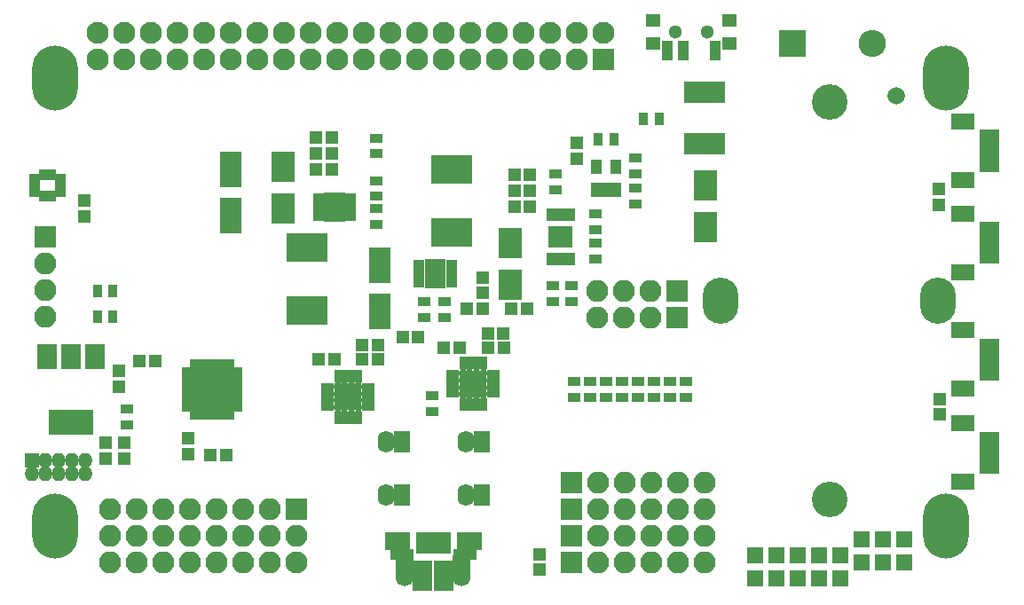
<source format=gbr>
G04 #@! TF.GenerationSoftware,KiCad,Pcbnew,(5.0.0)*
G04 #@! TF.CreationDate,2020-03-16T18:36:37-04:00*
G04 #@! TF.ProjectId,Temple_RPi_HAT,54656D706C655F5250695F4841542E6B,rev?*
G04 #@! TF.SameCoordinates,Original*
G04 #@! TF.FileFunction,Soldermask,Top*
G04 #@! TF.FilePolarity,Negative*
%FSLAX46Y46*%
G04 Gerber Fmt 4.6, Leading zero omitted, Abs format (unit mm)*
G04 Created by KiCad (PCBNEW (5.0.0)) date 03/16/20 18:36:37*
%MOMM*%
%LPD*%
G01*
G04 APERTURE LIST*
%ADD10O,2.100000X2.100000*%
%ADD11R,2.100000X2.100000*%
%ADD12C,2.100000*%
%ADD13R,0.750000X1.225000*%
%ADD14C,0.750000*%
%ADD15R,1.225000X0.750000*%
%ADD16R,2.500000X2.500000*%
%ADD17C,1.000000*%
%ADD18R,1.600000X2.100000*%
%ADD19O,1.600000X2.100000*%
%ADD20R,1.600000X1.600000*%
%ADD21R,0.650000X1.075000*%
%ADD22R,1.075000X0.650000*%
%ADD23O,4.400000X6.200000*%
%ADD24R,0.705000X1.290000*%
%ADD25R,1.340000X1.240000*%
%ADD26R,3.900000X2.000000*%
%ADD27R,3.900000X2.750000*%
%ADD28R,2.600000X2.600000*%
%ADD29O,2.600000X2.600000*%
%ADD30R,1.050000X0.700000*%
%ADD31R,1.175000X1.640000*%
%ADD32R,2.200000X2.900000*%
%ADD33C,1.300000*%
%ADD34R,1.100000X1.900000*%
%ADD35R,1.400000X1.200000*%
%ADD36R,1.050000X1.460000*%
%ADD37R,4.200000X2.400000*%
%ADD38R,1.900000X2.400000*%
%ADD39C,3.400000*%
%ADD40C,1.670000*%
%ADD41O,3.400000X4.400000*%
%ADD42R,2.200000X1.600000*%
%ADD43R,1.950000X1.000000*%
%ADD44R,1.825000X2.900000*%
%ADD45R,2.225000X1.100000*%
%ADD46O,1.700000X3.550000*%
%ADD47R,0.800000X2.150000*%
%ADD48R,2.400000X1.800000*%
%ADD49R,1.400000X1.400000*%
%ADD50O,1.400000X1.400000*%
%ADD51R,1.100000X0.650000*%
%ADD52R,0.650000X1.100000*%
%ADD53R,2.125000X2.125000*%
%ADD54R,0.900000X1.300000*%
%ADD55R,1.300000X0.900000*%
%ADD56R,1.200000X1.150000*%
%ADD57R,1.150000X1.200000*%
%ADD58R,2.000000X3.400000*%
G04 APERTURE END LIST*
D10*
G04 #@! TO.C,J3*
X80535000Y-172210000D03*
X83075000Y-172210000D03*
X85615000Y-172210000D03*
X88155000Y-172210000D03*
X90695000Y-172210000D03*
X93235000Y-172210000D03*
X95775000Y-172210000D03*
D11*
X98315000Y-172210000D03*
D10*
X80535000Y-174750000D03*
X83075000Y-174750000D03*
X85615000Y-174750000D03*
X88155000Y-174750000D03*
X90695000Y-174750000D03*
X93235000Y-174750000D03*
X95775000Y-174750000D03*
X98315000Y-174750000D03*
D12*
X98315000Y-177290000D03*
D10*
X95775000Y-177290000D03*
X93235000Y-177290000D03*
X90695000Y-177290000D03*
X88155000Y-177290000D03*
X85615000Y-177290000D03*
X83075000Y-177290000D03*
X80535000Y-177290000D03*
G04 #@! TD*
D13*
G04 #@! TO.C,U10*
X102254000Y-163478000D03*
D14*
X102254000Y-163065500D03*
D13*
X102904000Y-163478000D03*
D14*
X102904000Y-163065500D03*
D13*
X103554000Y-163478000D03*
D14*
X103554000Y-163065500D03*
D13*
X104204000Y-163478000D03*
D14*
X104204000Y-163065500D03*
D15*
X105216500Y-162465500D03*
D14*
X104804000Y-162465500D03*
D15*
X105216500Y-161815500D03*
D14*
X104804000Y-161815500D03*
D15*
X105216500Y-161165500D03*
D14*
X104804000Y-161165500D03*
D15*
X105216500Y-160515500D03*
D14*
X104804000Y-160515500D03*
D13*
X104204000Y-159503000D03*
D14*
X104204000Y-159915500D03*
D13*
X103554000Y-159503000D03*
D14*
X103554000Y-159915500D03*
D13*
X102904000Y-159503000D03*
D14*
X102904000Y-159915500D03*
D13*
X102254000Y-159503000D03*
D14*
X102254000Y-159915500D03*
D15*
X101241500Y-160515500D03*
D14*
X101654000Y-160515500D03*
D15*
X101241500Y-161165500D03*
D14*
X101654000Y-161165500D03*
D15*
X101241500Y-161815500D03*
D14*
X101654000Y-161815500D03*
D15*
X101241500Y-162465500D03*
D14*
X101654000Y-162465500D03*
D16*
X103229000Y-161490500D03*
D17*
X103229000Y-161490500D03*
X102479000Y-162240500D03*
X102479000Y-160740500D03*
X103979000Y-162240500D03*
X103979000Y-160740500D03*
G04 #@! TD*
D18*
G04 #@! TO.C,M1*
X108361000Y-165797000D03*
D19*
X106861000Y-165797000D03*
G04 #@! TD*
D18*
G04 #@! TO.C,M2*
X108361000Y-170877000D03*
D19*
X106861000Y-170877000D03*
G04 #@! TD*
D20*
G04 #@! TO.C,D1*
X156315000Y-175090000D03*
X156315000Y-177290000D03*
G04 #@! TD*
D21*
G04 #@! TO.C,U1*
X74565000Y-140317500D03*
X74065000Y-140317500D03*
X75065000Y-140317500D03*
X74065000Y-142342500D03*
X74565000Y-142342500D03*
X75065000Y-142342500D03*
D22*
X73302500Y-140580000D03*
X73302500Y-141080000D03*
X73302500Y-141580000D03*
X73302500Y-142080000D03*
X75827500Y-142080000D03*
X75827500Y-141580000D03*
X75827500Y-141080000D03*
X75827500Y-140580000D03*
G04 #@! TD*
D11*
G04 #@! TO.C,J1*
X134606000Y-151382000D03*
D10*
X132066000Y-151382000D03*
X129526000Y-151382000D03*
X126986000Y-151382000D03*
G04 #@! TD*
D23*
G04 #@! TO.C,MK1*
X75320000Y-173830000D03*
X75320000Y-131030000D03*
X160320000Y-173830000D03*
X160320000Y-131030000D03*
G04 #@! TD*
D24*
G04 #@! TO.C,U6*
X122535000Y-148355000D03*
X123035000Y-148355000D03*
X123535000Y-148355000D03*
X124035000Y-148355000D03*
X124535000Y-148355000D03*
X124535000Y-144145000D03*
X124035000Y-144145000D03*
X123535000Y-144145000D03*
X123035000Y-144145000D03*
X122535000Y-144145000D03*
D25*
X124005000Y-145830000D03*
X123065000Y-145830000D03*
X124005000Y-146670000D03*
X123065000Y-146670000D03*
G04 #@! TD*
D20*
G04 #@! TO.C,D6*
X146155000Y-176614000D03*
X146155000Y-178814000D03*
G04 #@! TD*
G04 #@! TO.C,D7*
X144123000Y-176614000D03*
X144123000Y-178814000D03*
G04 #@! TD*
G04 #@! TO.C,D9*
X142091000Y-176614000D03*
X142091000Y-178814000D03*
G04 #@! TD*
G04 #@! TO.C,D10*
X150219000Y-176614000D03*
X150219000Y-178814000D03*
G04 #@! TD*
D26*
G04 #@! TO.C,F1*
X137265000Y-132432000D03*
X137265000Y-137312000D03*
G04 #@! TD*
D27*
G04 #@! TO.C,L1*
X99292000Y-153287000D03*
X99292000Y-147237000D03*
G04 #@! TD*
G04 #@! TO.C,L2*
X113135000Y-139761500D03*
X113135000Y-145811500D03*
G04 #@! TD*
D18*
G04 #@! TO.C,M3*
X115981000Y-165797000D03*
D19*
X114481000Y-165797000D03*
G04 #@! TD*
D28*
G04 #@! TO.C,SW1*
X145647000Y-127760000D03*
D29*
X153267000Y-127760000D03*
G04 #@! TD*
D30*
G04 #@! TO.C,U4*
X100402500Y-142396000D03*
X100402500Y-142896000D03*
X100402500Y-143396000D03*
X100402500Y-143896000D03*
X100402500Y-144396000D03*
X103502500Y-144396000D03*
X103502500Y-143896000D03*
X103502500Y-143396000D03*
X103502500Y-142896000D03*
X103502500Y-142396000D03*
D31*
X102340000Y-144016000D03*
X102340000Y-142776000D03*
X101565000Y-144016000D03*
X101565000Y-142776000D03*
G04 #@! TD*
D30*
G04 #@! TO.C,U5*
X113097500Y-150731000D03*
X113097500Y-150231000D03*
X113097500Y-149731000D03*
X113097500Y-149231000D03*
X113097500Y-148731000D03*
X109997500Y-148731000D03*
X109997500Y-149231000D03*
X109997500Y-149731000D03*
X109997500Y-150231000D03*
X109997500Y-150731000D03*
D31*
X111160000Y-149111000D03*
X111160000Y-150351000D03*
X111935000Y-149111000D03*
X111935000Y-150351000D03*
G04 #@! TD*
D18*
G04 #@! TO.C,M4*
X115981000Y-170877000D03*
D19*
X114481000Y-170877000D03*
G04 #@! TD*
D20*
G04 #@! TO.C,D2*
X152251000Y-175090000D03*
X152251000Y-177290000D03*
G04 #@! TD*
G04 #@! TO.C,D3*
X154283000Y-175090000D03*
X154283000Y-177290000D03*
G04 #@! TD*
D32*
G04 #@! TO.C,D4*
X97006000Y-139508000D03*
X97006000Y-143508000D03*
G04 #@! TD*
G04 #@! TO.C,D5*
X118723000Y-150810000D03*
X118723000Y-146810000D03*
G04 #@! TD*
G04 #@! TO.C,D8*
X137315000Y-145330000D03*
X137315000Y-141330000D03*
G04 #@! TD*
D11*
G04 #@! TO.C,J2*
X134606000Y-153922000D03*
D10*
X132066000Y-153922000D03*
X129526000Y-153922000D03*
X126986000Y-153922000D03*
G04 #@! TD*
D11*
G04 #@! TO.C,J4*
X124565000Y-177290000D03*
D10*
X127105000Y-177290000D03*
X129645000Y-177290000D03*
X132185000Y-177290000D03*
X134725000Y-177290000D03*
X137265000Y-177290000D03*
G04 #@! TD*
D11*
G04 #@! TO.C,J5*
X124565000Y-174750000D03*
D10*
X127105000Y-174750000D03*
X129645000Y-174750000D03*
X132185000Y-174750000D03*
X134725000Y-174750000D03*
X137265000Y-174750000D03*
G04 #@! TD*
D11*
G04 #@! TO.C,J6*
X124565000Y-172210000D03*
D10*
X127105000Y-172210000D03*
X129645000Y-172210000D03*
X132185000Y-172210000D03*
X134725000Y-172210000D03*
X137265000Y-172210000D03*
G04 #@! TD*
D11*
G04 #@! TO.C,J7*
X124565000Y-169670000D03*
D10*
X127105000Y-169670000D03*
X129645000Y-169670000D03*
X132185000Y-169670000D03*
X134725000Y-169670000D03*
X137265000Y-169670000D03*
G04 #@! TD*
D11*
G04 #@! TO.C,LCD1*
X74315000Y-146210000D03*
D10*
X74315000Y-148750000D03*
X74315000Y-151290000D03*
X74315000Y-153830000D03*
G04 #@! TD*
D12*
G04 #@! TO.C,rpi_Header1*
X104790000Y-126760000D03*
X107330000Y-126760000D03*
X109870000Y-126760000D03*
X112410000Y-126760000D03*
X114950000Y-126760000D03*
X117490000Y-126760000D03*
X120030000Y-126760000D03*
X122570000Y-126760000D03*
X125110000Y-126760000D03*
X127650000Y-126760000D03*
D11*
X127650000Y-129300000D03*
D12*
X125110000Y-129300000D03*
X122570000Y-129300000D03*
X120030000Y-129300000D03*
X117490000Y-129300000D03*
X114950000Y-129300000D03*
X112410000Y-129300000D03*
X109870000Y-129300000D03*
X107330000Y-129300000D03*
X104790000Y-129300000D03*
X102250000Y-129300000D03*
X102250000Y-126760000D03*
X99710000Y-129300000D03*
X99710000Y-126760000D03*
X97170000Y-129300000D03*
X97170000Y-126760000D03*
X94630000Y-129300000D03*
X94630000Y-126760000D03*
X92090000Y-129300000D03*
X92090000Y-126760000D03*
X89550000Y-129300000D03*
X89550000Y-126760000D03*
X87010000Y-129300000D03*
X87010000Y-126760000D03*
X84470000Y-129300000D03*
X84470000Y-126760000D03*
X81930000Y-129300000D03*
X81930000Y-126760000D03*
X79390000Y-129300000D03*
X79390000Y-126760000D03*
G04 #@! TD*
D33*
G04 #@! TO.C,SW2*
X137495000Y-126668000D03*
X134495000Y-126668000D03*
D34*
X138245000Y-128428000D03*
X135245000Y-128428000D03*
X133745000Y-128428000D03*
D35*
X139645000Y-125568000D03*
X132345000Y-125568000D03*
X132345000Y-127778000D03*
X139645000Y-127778000D03*
G04 #@! TD*
D36*
G04 #@! TO.C,U7*
X126917000Y-141730000D03*
X127867000Y-141730000D03*
X128817000Y-141730000D03*
X128817000Y-139530000D03*
X126917000Y-139530000D03*
G04 #@! TD*
D37*
G04 #@! TO.C,U8*
X76815000Y-163930000D03*
D38*
X76815000Y-157630000D03*
X74515000Y-157630000D03*
X79115000Y-157630000D03*
G04 #@! TD*
D13*
G04 #@! TO.C,U9*
X114192000Y-162259500D03*
D14*
X114192000Y-161847000D03*
D13*
X114842000Y-162259500D03*
D14*
X114842000Y-161847000D03*
D13*
X115492000Y-162259500D03*
D14*
X115492000Y-161847000D03*
D13*
X116142000Y-162259500D03*
D14*
X116142000Y-161847000D03*
D15*
X117154500Y-161247000D03*
D14*
X116742000Y-161247000D03*
D15*
X117154500Y-160597000D03*
D14*
X116742000Y-160597000D03*
D15*
X117154500Y-159947000D03*
D14*
X116742000Y-159947000D03*
D15*
X117154500Y-159297000D03*
D14*
X116742000Y-159297000D03*
D13*
X116142000Y-158284500D03*
D14*
X116142000Y-158697000D03*
D13*
X115492000Y-158284500D03*
D14*
X115492000Y-158697000D03*
D13*
X114842000Y-158284500D03*
D14*
X114842000Y-158697000D03*
D13*
X114192000Y-158284500D03*
D14*
X114192000Y-158697000D03*
D15*
X113179500Y-159297000D03*
D14*
X113592000Y-159297000D03*
D15*
X113179500Y-159947000D03*
D14*
X113592000Y-159947000D03*
D15*
X113179500Y-160597000D03*
D14*
X113592000Y-160597000D03*
D15*
X113179500Y-161247000D03*
D14*
X113592000Y-161247000D03*
D16*
X115167000Y-160272000D03*
D17*
X115167000Y-160272000D03*
X114417000Y-161022000D03*
X114417000Y-159522000D03*
X115917000Y-161022000D03*
X115917000Y-159522000D03*
G04 #@! TD*
D39*
G04 #@! TO.C,BH1*
X149165000Y-171315000D03*
X149165000Y-133345000D03*
D40*
X155535000Y-132750000D03*
D41*
X159565000Y-152330000D03*
X138765000Y-152330000D03*
G04 #@! TD*
D42*
G04 #@! TO.C,EN1*
X161909636Y-164016810D03*
X161909636Y-169616810D03*
D43*
X164434636Y-165316810D03*
X164434636Y-166316810D03*
X164434636Y-167316810D03*
X164434636Y-168316810D03*
G04 #@! TD*
D42*
G04 #@! TO.C,EN2*
X161909636Y-155126810D03*
X161909636Y-160726810D03*
D43*
X164434636Y-156426810D03*
X164434636Y-157426810D03*
X164434636Y-158426810D03*
X164434636Y-159426810D03*
G04 #@! TD*
D42*
G04 #@! TO.C,EN3*
X161909636Y-143986810D03*
X161909636Y-149586810D03*
D43*
X164434636Y-145286810D03*
X164434636Y-146286810D03*
X164434636Y-147286810D03*
X164434636Y-148286810D03*
G04 #@! TD*
D42*
G04 #@! TO.C,EN4*
X161909636Y-135211810D03*
X161909636Y-140811810D03*
D43*
X164434636Y-136511810D03*
X164434636Y-137511810D03*
X164434636Y-138511810D03*
X164434636Y-139511810D03*
G04 #@! TD*
D44*
G04 #@! TO.C,J8*
X110376000Y-178532000D03*
D45*
X114366000Y-176572000D03*
D46*
X114101000Y-177802000D03*
D47*
X112676000Y-175457000D03*
X112026000Y-175457000D03*
X111376000Y-175457000D03*
X110726000Y-175457000D03*
D48*
X114801000Y-175252000D03*
D47*
X110076000Y-175457000D03*
D48*
X107951000Y-175252000D03*
D46*
X108651000Y-177802000D03*
D45*
X108386000Y-176572000D03*
D44*
X112376000Y-178532000D03*
G04 #@! TD*
D20*
G04 #@! TO.C,D11*
X148187000Y-176614000D03*
X148187000Y-178814000D03*
G04 #@! TD*
D49*
G04 #@! TO.C,J9*
X73065000Y-167580000D03*
D50*
X73065000Y-168850000D03*
X74335000Y-167580000D03*
X74335000Y-168850000D03*
X75605000Y-167580000D03*
X75605000Y-168850000D03*
X76875000Y-167580000D03*
X76875000Y-168850000D03*
X78145000Y-167580000D03*
X78145000Y-168850000D03*
G04 #@! TD*
D51*
G04 #@! TO.C,U2*
X92675000Y-162530000D03*
X92675000Y-162030000D03*
X92675000Y-161530000D03*
X92675000Y-161030000D03*
X92675000Y-160530000D03*
X92675000Y-160030000D03*
X92675000Y-159530000D03*
X92675000Y-159030000D03*
D52*
X92025000Y-158380000D03*
X91525000Y-158380000D03*
X91025000Y-158380000D03*
X90525000Y-158380000D03*
X90025000Y-158380000D03*
X89525000Y-158380000D03*
X89025000Y-158380000D03*
X88525000Y-158380000D03*
D51*
X87875000Y-159030000D03*
X87875000Y-159530000D03*
X87875000Y-160030000D03*
X87875000Y-160530000D03*
X87875000Y-161030000D03*
X87875000Y-161530000D03*
X87875000Y-162030000D03*
X87875000Y-162530000D03*
D52*
X88525000Y-163180000D03*
X89025000Y-163180000D03*
X89525000Y-163180000D03*
X90025000Y-163180000D03*
X90525000Y-163180000D03*
X91025000Y-163180000D03*
X91525000Y-163180000D03*
X92025000Y-163180000D03*
D53*
X89412500Y-159917500D03*
X89412500Y-161642500D03*
X91137500Y-159917500D03*
X91137500Y-161642500D03*
G04 #@! TD*
D54*
G04 #@! TO.C,R1*
X79315000Y-153830000D03*
X80815000Y-153830000D03*
G04 #@! TD*
G04 #@! TO.C,R2*
X79315000Y-151390000D03*
X80815000Y-151390000D03*
G04 #@! TD*
D55*
G04 #@! TO.C,R3*
X135487000Y-161542000D03*
X135487000Y-160042000D03*
G04 #@! TD*
G04 #@! TO.C,R4*
X129391000Y-160042000D03*
X129391000Y-161542000D03*
G04 #@! TD*
G04 #@! TO.C,R5*
X82147000Y-164185000D03*
X82147000Y-162685000D03*
G04 #@! TD*
G04 #@! TO.C,R29*
X132439000Y-161542000D03*
X132439000Y-160042000D03*
G04 #@! TD*
G04 #@! TO.C,R30*
X105896000Y-142353000D03*
X105896000Y-140853000D03*
G04 #@! TD*
G04 #@! TO.C,R31*
X105896000Y-145008000D03*
X105896000Y-143508000D03*
G04 #@! TD*
G04 #@! TO.C,R32*
X112415000Y-152430000D03*
X112415000Y-153930000D03*
G04 #@! TD*
G04 #@! TO.C,R33*
X110515000Y-153930000D03*
X110515000Y-152430000D03*
G04 #@! TD*
G04 #@! TO.C,R34*
X133963000Y-161542000D03*
X133963000Y-160042000D03*
G04 #@! TD*
G04 #@! TO.C,R35*
X122787000Y-150874000D03*
X122787000Y-152374000D03*
G04 #@! TD*
G04 #@! TO.C,R36*
X124565000Y-150898000D03*
X124565000Y-152398000D03*
G04 #@! TD*
G04 #@! TO.C,R37*
X105896000Y-136801000D03*
X105896000Y-138301000D03*
G04 #@! TD*
D54*
G04 #@! TO.C,R38*
X127129000Y-136904000D03*
X128629000Y-136904000D03*
G04 #@! TD*
D55*
G04 #@! TO.C,R39*
X126851000Y-146834000D03*
X126851000Y-148334000D03*
G04 #@! TD*
G04 #@! TO.C,R40*
X123041000Y-140230000D03*
X123041000Y-141730000D03*
G04 #@! TD*
G04 #@! TO.C,R41*
X126851000Y-144040000D03*
X126851000Y-145540000D03*
G04 #@! TD*
G04 #@! TO.C,R42*
X127867000Y-161542000D03*
X127867000Y-160042000D03*
G04 #@! TD*
G04 #@! TO.C,R43*
X126343000Y-161542000D03*
X126343000Y-160042000D03*
G04 #@! TD*
G04 #@! TO.C,R44*
X130661000Y-141603000D03*
X130661000Y-143103000D03*
G04 #@! TD*
G04 #@! TO.C,R45*
X130661000Y-138706000D03*
X130661000Y-140206000D03*
G04 #@! TD*
G04 #@! TO.C,R46*
X124819000Y-161542000D03*
X124819000Y-160042000D03*
G04 #@! TD*
G04 #@! TO.C,R47*
X130915000Y-161542000D03*
X130915000Y-160042000D03*
G04 #@! TD*
D54*
G04 #@! TO.C,R48*
X131447000Y-134999000D03*
X132947000Y-134999000D03*
G04 #@! TD*
D56*
G04 #@! TO.C,C2*
X101705000Y-136777000D03*
X100205000Y-136777000D03*
G04 #@! TD*
G04 #@! TO.C,C3*
X114565000Y-153080000D03*
X116065000Y-153080000D03*
G04 #@! TD*
G04 #@! TO.C,C4*
X101693000Y-138301000D03*
X100193000Y-138301000D03*
G04 #@! TD*
G04 #@! TO.C,C5*
X120315000Y-153080000D03*
X118815000Y-153080000D03*
G04 #@! TD*
D57*
G04 #@! TO.C,C7*
X116081400Y-150080000D03*
X116081400Y-151580000D03*
G04 #@! TD*
D56*
G04 #@! TO.C,C8*
X109936000Y-155827000D03*
X108436000Y-155827000D03*
G04 #@! TD*
D57*
G04 #@! TO.C,C9*
X125073000Y-137285000D03*
X125073000Y-138785000D03*
G04 #@! TD*
D56*
G04 #@! TO.C,C12*
X119104000Y-143381000D03*
X120604000Y-143381000D03*
G04 #@! TD*
G04 #@! TO.C,C13*
X119116000Y-141857000D03*
X120616000Y-141857000D03*
G04 #@! TD*
G04 #@! TO.C,C14*
X119104000Y-140333000D03*
X120604000Y-140333000D03*
G04 #@! TD*
D58*
G04 #@! TO.C,C10*
X92053000Y-139784000D03*
X92053000Y-144184000D03*
G04 #@! TD*
G04 #@! TO.C,C11*
X106277000Y-153328000D03*
X106277000Y-148928000D03*
G04 #@! TD*
D56*
G04 #@! TO.C,C6*
X101681000Y-139825000D03*
X100181000Y-139825000D03*
G04 #@! TD*
G04 #@! TO.C,C15*
X113897000Y-156843000D03*
X112397000Y-156843000D03*
G04 #@! TD*
G04 #@! TO.C,C16*
X100435000Y-157922500D03*
X101935000Y-157922500D03*
G04 #@! TD*
G04 #@! TO.C,C17*
X118088000Y-156843000D03*
X116588000Y-156843000D03*
G04 #@! TD*
G04 #@! TO.C,C18*
X104586500Y-156525500D03*
X106086500Y-156525500D03*
G04 #@! TD*
G04 #@! TO.C,C19*
X116564000Y-155446000D03*
X118064000Y-155446000D03*
G04 #@! TD*
G04 #@! TO.C,C20*
X104586500Y-157922500D03*
X106086500Y-157922500D03*
G04 #@! TD*
D57*
G04 #@! TO.C,C21*
X159642400Y-141653800D03*
X159642400Y-143153800D03*
G04 #@! TD*
G04 #@! TO.C,C22*
X121555100Y-177989900D03*
X121555100Y-176489900D03*
G04 #@! TD*
G04 #@! TO.C,C23*
X159693200Y-161694400D03*
X159693200Y-163194400D03*
G04 #@! TD*
D55*
G04 #@! TO.C,R8*
X111230000Y-161415000D03*
X111230000Y-162915000D03*
G04 #@! TD*
D57*
G04 #@! TO.C,C1*
X78083000Y-142746000D03*
X78083000Y-144246000D03*
G04 #@! TD*
D56*
G04 #@! TO.C,C24*
X83365000Y-158105000D03*
X84865000Y-158105000D03*
G04 #@! TD*
G04 #@! TO.C,C25*
X90140000Y-167030000D03*
X91640000Y-167030000D03*
G04 #@! TD*
D57*
G04 #@! TO.C,C26*
X88015000Y-165455000D03*
X88015000Y-166955000D03*
G04 #@! TD*
G04 #@! TO.C,C27*
X81385000Y-160502000D03*
X81385000Y-159002000D03*
G04 #@! TD*
G04 #@! TO.C,C28*
X81893000Y-167384000D03*
X81893000Y-165884000D03*
G04 #@! TD*
G04 #@! TO.C,C29*
X80115000Y-165884000D03*
X80115000Y-167384000D03*
G04 #@! TD*
M02*

</source>
